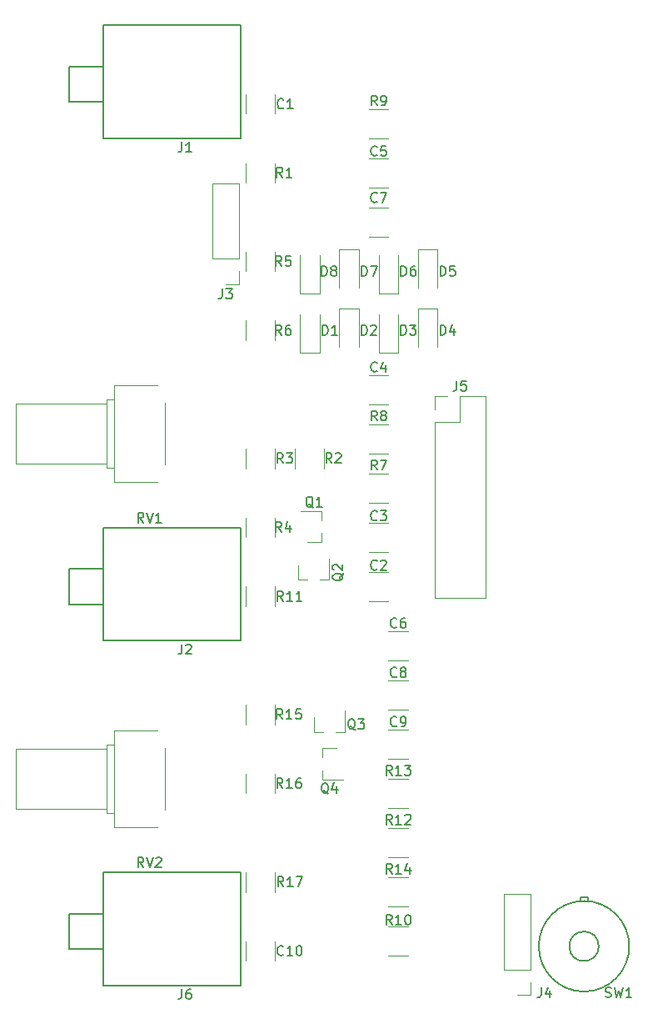
<source format=gbr>
G04 #@! TF.GenerationSoftware,KiCad,Pcbnew,(5.1.5)-3*
G04 #@! TF.CreationDate,2020-07-22T14:34:40-07:00*
G04 #@! TF.ProjectId,VCF,5643462e-6b69-4636-9164-5f7063625858,rev?*
G04 #@! TF.SameCoordinates,Original*
G04 #@! TF.FileFunction,Legend,Top*
G04 #@! TF.FilePolarity,Positive*
%FSLAX46Y46*%
G04 Gerber Fmt 4.6, Leading zero omitted, Abs format (unit mm)*
G04 Created by KiCad (PCBNEW (5.1.5)-3) date 2020-07-22 14:34:40*
%MOMM*%
%LPD*%
G04 APERTURE LIST*
%ADD10C,0.120000*%
%ADD11C,0.150000*%
G04 APERTURE END LIST*
D10*
X14520000Y-8000000D02*
X14520000Y-10000000D01*
X17480000Y-10000000D02*
X17480000Y-8000000D01*
X27000000Y-59480000D02*
X29000000Y-59480000D01*
X29000000Y-56520000D02*
X27000000Y-56520000D01*
X29000000Y-51520000D02*
X27000000Y-51520000D01*
X27000000Y-54480000D02*
X29000000Y-54480000D01*
X29000000Y-36520000D02*
X27000000Y-36520000D01*
X27000000Y-39480000D02*
X29000000Y-39480000D01*
X27000000Y-17480000D02*
X29000000Y-17480000D01*
X29000000Y-14520000D02*
X27000000Y-14520000D01*
X31000000Y-62520000D02*
X29000000Y-62520000D01*
X29000000Y-65480000D02*
X31000000Y-65480000D01*
X29000000Y-19520000D02*
X27000000Y-19520000D01*
X27000000Y-22480000D02*
X29000000Y-22480000D01*
X29000000Y-70480000D02*
X31000000Y-70480000D01*
X31000000Y-67520000D02*
X29000000Y-67520000D01*
X29000000Y-75480000D02*
X31000000Y-75480000D01*
X31000000Y-72520000D02*
X29000000Y-72520000D01*
X17480000Y-96000000D02*
X17480000Y-94000000D01*
X14520000Y-94000000D02*
X14520000Y-96000000D01*
X20000000Y-34250000D02*
X20000000Y-30350000D01*
X22000000Y-34250000D02*
X22000000Y-30350000D01*
X20000000Y-34250000D02*
X22000000Y-34250000D01*
X26000000Y-29750000D02*
X24000000Y-29750000D01*
X24000000Y-29750000D02*
X24000000Y-33650000D01*
X26000000Y-29750000D02*
X26000000Y-33650000D01*
X28000000Y-34250000D02*
X28000000Y-30350000D01*
X30000000Y-34250000D02*
X30000000Y-30350000D01*
X28000000Y-34250000D02*
X30000000Y-34250000D01*
X34000000Y-29750000D02*
X34000000Y-33650000D01*
X32000000Y-29750000D02*
X32000000Y-33650000D01*
X34000000Y-29750000D02*
X32000000Y-29750000D01*
X34000000Y-23750000D02*
X34000000Y-27650000D01*
X32000000Y-23750000D02*
X32000000Y-27650000D01*
X34000000Y-23750000D02*
X32000000Y-23750000D01*
X28000000Y-28250000D02*
X30000000Y-28250000D01*
X30000000Y-28250000D02*
X30000000Y-24350000D01*
X28000000Y-28250000D02*
X28000000Y-24350000D01*
X26000000Y-23750000D02*
X24000000Y-23750000D01*
X24000000Y-23750000D02*
X24000000Y-27650000D01*
X26000000Y-23750000D02*
X26000000Y-27650000D01*
X20000000Y-28250000D02*
X22000000Y-28250000D01*
X22000000Y-28250000D02*
X22000000Y-24350000D01*
X20000000Y-28250000D02*
X20000000Y-24350000D01*
D11*
X0Y-1000000D02*
X14000000Y-1000000D01*
X14000000Y-1000000D02*
X14000000Y-12500000D01*
X14000000Y-12500000D02*
X0Y-12500000D01*
X0Y-12500000D02*
X0Y-1000000D01*
X0Y-5200000D02*
X-3500000Y-5200000D01*
X-3500000Y-5200000D02*
X-3500000Y-8800000D01*
X0Y-8800000D02*
X-3500000Y-8800000D01*
X0Y-59800000D02*
X-3500000Y-59800000D01*
X-3500000Y-56200000D02*
X-3500000Y-59800000D01*
X0Y-56200000D02*
X-3500000Y-56200000D01*
X0Y-63500000D02*
X0Y-52000000D01*
X14000000Y-63500000D02*
X0Y-63500000D01*
X14000000Y-52000000D02*
X14000000Y-63500000D01*
X0Y-52000000D02*
X14000000Y-52000000D01*
D10*
X13770000Y-17050000D02*
X11110000Y-17050000D01*
X13770000Y-24730000D02*
X13770000Y-17050000D01*
X11110000Y-24730000D02*
X11110000Y-17050000D01*
X13770000Y-24730000D02*
X11110000Y-24730000D01*
X13770000Y-26000000D02*
X13770000Y-27330000D01*
X13770000Y-27330000D02*
X12440000Y-27330000D01*
X43410180Y-99493380D02*
X42080180Y-99493380D01*
X43410180Y-98163380D02*
X43410180Y-99493380D01*
X43410180Y-96893380D02*
X40750180Y-96893380D01*
X40750180Y-96893380D02*
X40750180Y-89213380D01*
X43410180Y-96893380D02*
X43410180Y-89213380D01*
X43410180Y-89213380D02*
X40750180Y-89213380D01*
X33670000Y-38670000D02*
X35000000Y-38670000D01*
X33670000Y-40000000D02*
X33670000Y-38670000D01*
X36270000Y-38670000D02*
X38870000Y-38670000D01*
X36270000Y-41270000D02*
X36270000Y-38670000D01*
X33670000Y-41270000D02*
X36270000Y-41270000D01*
X38870000Y-38670000D02*
X38870000Y-59110000D01*
X33670000Y-41270000D02*
X33670000Y-59110000D01*
X33670000Y-59110000D02*
X38870000Y-59110000D01*
D11*
X0Y-87000000D02*
X14000000Y-87000000D01*
X14000000Y-87000000D02*
X14000000Y-98500000D01*
X14000000Y-98500000D02*
X0Y-98500000D01*
X0Y-98500000D02*
X0Y-87000000D01*
X0Y-91200000D02*
X-3500000Y-91200000D01*
X-3500000Y-91200000D02*
X-3500000Y-94800000D01*
X0Y-94800000D02*
X-3500000Y-94800000D01*
D10*
X22200140Y-53515380D02*
X20740140Y-53515380D01*
X22200140Y-50355380D02*
X20040140Y-50355380D01*
X22200140Y-50355380D02*
X22200140Y-51285380D01*
X22200140Y-53515380D02*
X22200140Y-52585380D01*
X19796640Y-57313100D02*
X19796640Y-55853100D01*
X22956640Y-57313100D02*
X22956640Y-55153100D01*
X22956640Y-57313100D02*
X22026640Y-57313100D01*
X19796640Y-57313100D02*
X20726640Y-57313100D01*
X21420000Y-72760000D02*
X22350000Y-72760000D01*
X24580000Y-72760000D02*
X23650000Y-72760000D01*
X24580000Y-72760000D02*
X24580000Y-70600000D01*
X21420000Y-72760000D02*
X21420000Y-71300000D01*
X22240000Y-74420000D02*
X22240000Y-75350000D01*
X22240000Y-77580000D02*
X22240000Y-76650000D01*
X22240000Y-77580000D02*
X24400000Y-77580000D01*
X22240000Y-74420000D02*
X23700000Y-74420000D01*
X14520000Y-17000000D02*
X14520000Y-15000000D01*
X17480000Y-15000000D02*
X17480000Y-17000000D01*
X19520000Y-46000000D02*
X19520000Y-44000000D01*
X22480000Y-44000000D02*
X22480000Y-46000000D01*
X14520000Y-46000000D02*
X14520000Y-44000000D01*
X17480000Y-44000000D02*
X17480000Y-46000000D01*
X14520000Y-53000000D02*
X14520000Y-51000000D01*
X17480000Y-51000000D02*
X17480000Y-53000000D01*
X14520000Y-26000000D02*
X14520000Y-24000000D01*
X17480000Y-24000000D02*
X17480000Y-26000000D01*
X14520000Y-33000000D02*
X14520000Y-31000000D01*
X17480000Y-31000000D02*
X17480000Y-33000000D01*
X29000000Y-49480000D02*
X27000000Y-49480000D01*
X27000000Y-46520000D02*
X29000000Y-46520000D01*
X27000000Y-41520000D02*
X29000000Y-41520000D01*
X29000000Y-44480000D02*
X27000000Y-44480000D01*
X27000000Y-9520000D02*
X29000000Y-9520000D01*
X29000000Y-12480000D02*
X27000000Y-12480000D01*
X31000000Y-95480000D02*
X29000000Y-95480000D01*
X29000000Y-92520000D02*
X31000000Y-92520000D01*
X14520000Y-60000000D02*
X14520000Y-58000000D01*
X17480000Y-58000000D02*
X17480000Y-60000000D01*
X29000000Y-82520000D02*
X31000000Y-82520000D01*
X31000000Y-85480000D02*
X29000000Y-85480000D01*
X31000000Y-80480000D02*
X29000000Y-80480000D01*
X29000000Y-77520000D02*
X31000000Y-77520000D01*
X29000000Y-87520000D02*
X31000000Y-87520000D01*
X31000000Y-90480000D02*
X29000000Y-90480000D01*
X17480000Y-70000000D02*
X17480000Y-72000000D01*
X14520000Y-72000000D02*
X14520000Y-70000000D01*
X14520000Y-79000000D02*
X14520000Y-77000000D01*
X17480000Y-77000000D02*
X17480000Y-79000000D01*
X17480000Y-87000000D02*
X17480000Y-89000000D01*
X14520000Y-89000000D02*
X14520000Y-87000000D01*
X5505000Y-47410000D02*
X1140000Y-47410000D01*
X5505000Y-37590000D02*
X1140000Y-37590000D01*
X6260000Y-45625000D02*
X6260000Y-39375000D01*
X1140000Y-47410000D02*
X1140000Y-37590000D01*
X1140000Y-45960000D02*
X340000Y-45960000D01*
X1140000Y-39040000D02*
X340000Y-39040000D01*
X1140000Y-45960000D02*
X1140000Y-39040000D01*
X340000Y-45960000D02*
X340000Y-39040000D01*
X340000Y-45560000D02*
X-8860000Y-45560000D01*
X340000Y-39440000D02*
X-8860000Y-39440000D01*
X340000Y-45560000D02*
X340000Y-39440000D01*
X-8860000Y-45560000D02*
X-8860000Y-39440000D01*
X-8860000Y-80560000D02*
X-8860000Y-74440000D01*
X340000Y-80560000D02*
X340000Y-74440000D01*
X340000Y-74440000D02*
X-8860000Y-74440000D01*
X340000Y-80560000D02*
X-8860000Y-80560000D01*
X340000Y-80960000D02*
X340000Y-74040000D01*
X1140000Y-80960000D02*
X1140000Y-74040000D01*
X1140000Y-74040000D02*
X340000Y-74040000D01*
X1140000Y-80960000D02*
X340000Y-80960000D01*
X1140000Y-82410000D02*
X1140000Y-72590000D01*
X6260000Y-80625000D02*
X6260000Y-74375000D01*
X5505000Y-72590000D02*
X1140000Y-72590000D01*
X5505000Y-82410000D02*
X1140000Y-82410000D01*
D11*
X53477220Y-94523560D02*
G75*
G03X53477220Y-94523560I-4600000J0D01*
G01*
X50377220Y-94523560D02*
G75*
G03X50377220Y-94523560I-1500000J0D01*
G01*
X48496220Y-89888060D02*
X48496220Y-89507060D01*
X48496220Y-89507060D02*
X49258220Y-89507060D01*
X49258220Y-89507060D02*
X49258220Y-89888060D01*
X18319993Y-9377462D02*
X18272374Y-9425081D01*
X18129517Y-9472700D01*
X18034279Y-9472700D01*
X17891421Y-9425081D01*
X17796183Y-9329843D01*
X17748564Y-9234605D01*
X17700945Y-9044129D01*
X17700945Y-8901272D01*
X17748564Y-8710796D01*
X17796183Y-8615558D01*
X17891421Y-8520320D01*
X18034279Y-8472700D01*
X18129517Y-8472700D01*
X18272374Y-8520320D01*
X18319993Y-8567939D01*
X19272374Y-9472700D02*
X18700945Y-9472700D01*
X18986660Y-9472700D02*
X18986660Y-8472700D01*
X18891421Y-8615558D01*
X18796183Y-8710796D01*
X18700945Y-8758415D01*
X27830793Y-56221002D02*
X27783174Y-56268621D01*
X27640317Y-56316240D01*
X27545079Y-56316240D01*
X27402221Y-56268621D01*
X27306983Y-56173383D01*
X27259364Y-56078145D01*
X27211745Y-55887669D01*
X27211745Y-55744812D01*
X27259364Y-55554336D01*
X27306983Y-55459098D01*
X27402221Y-55363860D01*
X27545079Y-55316240D01*
X27640317Y-55316240D01*
X27783174Y-55363860D01*
X27830793Y-55411479D01*
X28211745Y-55411479D02*
X28259364Y-55363860D01*
X28354602Y-55316240D01*
X28592698Y-55316240D01*
X28687936Y-55363860D01*
X28735555Y-55411479D01*
X28783174Y-55506717D01*
X28783174Y-55601955D01*
X28735555Y-55744812D01*
X28164126Y-56316240D01*
X28783174Y-56316240D01*
X27835873Y-51205762D02*
X27788254Y-51253381D01*
X27645397Y-51301000D01*
X27550159Y-51301000D01*
X27407301Y-51253381D01*
X27312063Y-51158143D01*
X27264444Y-51062905D01*
X27216825Y-50872429D01*
X27216825Y-50729572D01*
X27264444Y-50539096D01*
X27312063Y-50443858D01*
X27407301Y-50348620D01*
X27550159Y-50301000D01*
X27645397Y-50301000D01*
X27788254Y-50348620D01*
X27835873Y-50396239D01*
X28169206Y-50301000D02*
X28788254Y-50301000D01*
X28454920Y-50681953D01*
X28597778Y-50681953D01*
X28693016Y-50729572D01*
X28740635Y-50777191D01*
X28788254Y-50872429D01*
X28788254Y-51110524D01*
X28740635Y-51205762D01*
X28693016Y-51253381D01*
X28597778Y-51301000D01*
X28312063Y-51301000D01*
X28216825Y-51253381D01*
X28169206Y-51205762D01*
X27833333Y-36107142D02*
X27785714Y-36154761D01*
X27642857Y-36202380D01*
X27547619Y-36202380D01*
X27404761Y-36154761D01*
X27309523Y-36059523D01*
X27261904Y-35964285D01*
X27214285Y-35773809D01*
X27214285Y-35630952D01*
X27261904Y-35440476D01*
X27309523Y-35345238D01*
X27404761Y-35250000D01*
X27547619Y-35202380D01*
X27642857Y-35202380D01*
X27785714Y-35250000D01*
X27833333Y-35297619D01*
X28690476Y-35535714D02*
X28690476Y-36202380D01*
X28452380Y-35154761D02*
X28214285Y-35869047D01*
X28833333Y-35869047D01*
X27830793Y-14172742D02*
X27783174Y-14220361D01*
X27640317Y-14267980D01*
X27545079Y-14267980D01*
X27402221Y-14220361D01*
X27306983Y-14125123D01*
X27259364Y-14029885D01*
X27211745Y-13839409D01*
X27211745Y-13696552D01*
X27259364Y-13506076D01*
X27306983Y-13410838D01*
X27402221Y-13315600D01*
X27545079Y-13267980D01*
X27640317Y-13267980D01*
X27783174Y-13315600D01*
X27830793Y-13363219D01*
X28735555Y-13267980D02*
X28259364Y-13267980D01*
X28211745Y-13744171D01*
X28259364Y-13696552D01*
X28354602Y-13648933D01*
X28592698Y-13648933D01*
X28687936Y-13696552D01*
X28735555Y-13744171D01*
X28783174Y-13839409D01*
X28783174Y-14077504D01*
X28735555Y-14172742D01*
X28687936Y-14220361D01*
X28592698Y-14267980D01*
X28354602Y-14267980D01*
X28259364Y-14220361D01*
X28211745Y-14172742D01*
X29833333Y-62107142D02*
X29785714Y-62154761D01*
X29642857Y-62202380D01*
X29547619Y-62202380D01*
X29404761Y-62154761D01*
X29309523Y-62059523D01*
X29261904Y-61964285D01*
X29214285Y-61773809D01*
X29214285Y-61630952D01*
X29261904Y-61440476D01*
X29309523Y-61345238D01*
X29404761Y-61250000D01*
X29547619Y-61202380D01*
X29642857Y-61202380D01*
X29785714Y-61250000D01*
X29833333Y-61297619D01*
X30690476Y-61202380D02*
X30500000Y-61202380D01*
X30404761Y-61250000D01*
X30357142Y-61297619D01*
X30261904Y-61440476D01*
X30214285Y-61630952D01*
X30214285Y-62011904D01*
X30261904Y-62107142D01*
X30309523Y-62154761D01*
X30404761Y-62202380D01*
X30595238Y-62202380D01*
X30690476Y-62154761D01*
X30738095Y-62107142D01*
X30785714Y-62011904D01*
X30785714Y-61773809D01*
X30738095Y-61678571D01*
X30690476Y-61630952D01*
X30595238Y-61583333D01*
X30404761Y-61583333D01*
X30309523Y-61630952D01*
X30261904Y-61678571D01*
X30214285Y-61773809D01*
X27838413Y-18893342D02*
X27790794Y-18940961D01*
X27647937Y-18988580D01*
X27552699Y-18988580D01*
X27409841Y-18940961D01*
X27314603Y-18845723D01*
X27266984Y-18750485D01*
X27219365Y-18560009D01*
X27219365Y-18417152D01*
X27266984Y-18226676D01*
X27314603Y-18131438D01*
X27409841Y-18036200D01*
X27552699Y-17988580D01*
X27647937Y-17988580D01*
X27790794Y-18036200D01*
X27838413Y-18083819D01*
X28171746Y-17988580D02*
X28838413Y-17988580D01*
X28409841Y-18988580D01*
X29833333Y-67107142D02*
X29785714Y-67154761D01*
X29642857Y-67202380D01*
X29547619Y-67202380D01*
X29404761Y-67154761D01*
X29309523Y-67059523D01*
X29261904Y-66964285D01*
X29214285Y-66773809D01*
X29214285Y-66630952D01*
X29261904Y-66440476D01*
X29309523Y-66345238D01*
X29404761Y-66250000D01*
X29547619Y-66202380D01*
X29642857Y-66202380D01*
X29785714Y-66250000D01*
X29833333Y-66297619D01*
X30404761Y-66630952D02*
X30309523Y-66583333D01*
X30261904Y-66535714D01*
X30214285Y-66440476D01*
X30214285Y-66392857D01*
X30261904Y-66297619D01*
X30309523Y-66250000D01*
X30404761Y-66202380D01*
X30595238Y-66202380D01*
X30690476Y-66250000D01*
X30738095Y-66297619D01*
X30785714Y-66392857D01*
X30785714Y-66440476D01*
X30738095Y-66535714D01*
X30690476Y-66583333D01*
X30595238Y-66630952D01*
X30404761Y-66630952D01*
X30309523Y-66678571D01*
X30261904Y-66726190D01*
X30214285Y-66821428D01*
X30214285Y-67011904D01*
X30261904Y-67107142D01*
X30309523Y-67154761D01*
X30404761Y-67202380D01*
X30595238Y-67202380D01*
X30690476Y-67154761D01*
X30738095Y-67107142D01*
X30785714Y-67011904D01*
X30785714Y-66821428D01*
X30738095Y-66726190D01*
X30690476Y-66678571D01*
X30595238Y-66630952D01*
X29833333Y-72107142D02*
X29785714Y-72154761D01*
X29642857Y-72202380D01*
X29547619Y-72202380D01*
X29404761Y-72154761D01*
X29309523Y-72059523D01*
X29261904Y-71964285D01*
X29214285Y-71773809D01*
X29214285Y-71630952D01*
X29261904Y-71440476D01*
X29309523Y-71345238D01*
X29404761Y-71250000D01*
X29547619Y-71202380D01*
X29642857Y-71202380D01*
X29785714Y-71250000D01*
X29833333Y-71297619D01*
X30309523Y-72202380D02*
X30500000Y-72202380D01*
X30595238Y-72154761D01*
X30642857Y-72107142D01*
X30738095Y-71964285D01*
X30785714Y-71773809D01*
X30785714Y-71392857D01*
X30738095Y-71297619D01*
X30690476Y-71250000D01*
X30595238Y-71202380D01*
X30404761Y-71202380D01*
X30309523Y-71250000D01*
X30261904Y-71297619D01*
X30214285Y-71392857D01*
X30214285Y-71630952D01*
X30261904Y-71726190D01*
X30309523Y-71773809D01*
X30404761Y-71821428D01*
X30595238Y-71821428D01*
X30690476Y-71773809D01*
X30738095Y-71726190D01*
X30785714Y-71630952D01*
X18298462Y-95364762D02*
X18250843Y-95412381D01*
X18107986Y-95460000D01*
X18012748Y-95460000D01*
X17869891Y-95412381D01*
X17774653Y-95317143D01*
X17727034Y-95221905D01*
X17679415Y-95031429D01*
X17679415Y-94888572D01*
X17727034Y-94698096D01*
X17774653Y-94602858D01*
X17869891Y-94507620D01*
X18012748Y-94460000D01*
X18107986Y-94460000D01*
X18250843Y-94507620D01*
X18298462Y-94555239D01*
X19250843Y-95460000D02*
X18679415Y-95460000D01*
X18965129Y-95460000D02*
X18965129Y-94460000D01*
X18869891Y-94602858D01*
X18774653Y-94698096D01*
X18679415Y-94745715D01*
X19869891Y-94460000D02*
X19965129Y-94460000D01*
X20060367Y-94507620D01*
X20107986Y-94555239D01*
X20155605Y-94650477D01*
X20203224Y-94840953D01*
X20203224Y-95079048D01*
X20155605Y-95269524D01*
X20107986Y-95364762D01*
X20060367Y-95412381D01*
X19965129Y-95460000D01*
X19869891Y-95460000D01*
X19774653Y-95412381D01*
X19727034Y-95364762D01*
X19679415Y-95269524D01*
X19631796Y-95079048D01*
X19631796Y-94840953D01*
X19679415Y-94650477D01*
X19727034Y-94555239D01*
X19774653Y-94507620D01*
X19869891Y-94460000D01*
X22268504Y-32457460D02*
X22268504Y-31457460D01*
X22506600Y-31457460D01*
X22649457Y-31505080D01*
X22744695Y-31600318D01*
X22792314Y-31695556D01*
X22839933Y-31886032D01*
X22839933Y-32028889D01*
X22792314Y-32219365D01*
X22744695Y-32314603D01*
X22649457Y-32409841D01*
X22506600Y-32457460D01*
X22268504Y-32457460D01*
X23792314Y-32457460D02*
X23220885Y-32457460D01*
X23506600Y-32457460D02*
X23506600Y-31457460D01*
X23411361Y-31600318D01*
X23316123Y-31695556D01*
X23220885Y-31743175D01*
X26261904Y-32452380D02*
X26261904Y-31452380D01*
X26500000Y-31452380D01*
X26642857Y-31500000D01*
X26738095Y-31595238D01*
X26785714Y-31690476D01*
X26833333Y-31880952D01*
X26833333Y-32023809D01*
X26785714Y-32214285D01*
X26738095Y-32309523D01*
X26642857Y-32404761D01*
X26500000Y-32452380D01*
X26261904Y-32452380D01*
X27214285Y-31547619D02*
X27261904Y-31500000D01*
X27357142Y-31452380D01*
X27595238Y-31452380D01*
X27690476Y-31500000D01*
X27738095Y-31547619D01*
X27785714Y-31642857D01*
X27785714Y-31738095D01*
X27738095Y-31880952D01*
X27166666Y-32452380D01*
X27785714Y-32452380D01*
X30258344Y-32449840D02*
X30258344Y-31449840D01*
X30496440Y-31449840D01*
X30639297Y-31497460D01*
X30734535Y-31592698D01*
X30782154Y-31687936D01*
X30829773Y-31878412D01*
X30829773Y-32021269D01*
X30782154Y-32211745D01*
X30734535Y-32306983D01*
X30639297Y-32402221D01*
X30496440Y-32449840D01*
X30258344Y-32449840D01*
X31163106Y-31449840D02*
X31782154Y-31449840D01*
X31448820Y-31830793D01*
X31591678Y-31830793D01*
X31686916Y-31878412D01*
X31734535Y-31926031D01*
X31782154Y-32021269D01*
X31782154Y-32259364D01*
X31734535Y-32354602D01*
X31686916Y-32402221D01*
X31591678Y-32449840D01*
X31305963Y-32449840D01*
X31210725Y-32402221D01*
X31163106Y-32354602D01*
X34261904Y-32452380D02*
X34261904Y-31452380D01*
X34500000Y-31452380D01*
X34642857Y-31500000D01*
X34738095Y-31595238D01*
X34785714Y-31690476D01*
X34833333Y-31880952D01*
X34833333Y-32023809D01*
X34785714Y-32214285D01*
X34738095Y-32309523D01*
X34642857Y-32404761D01*
X34500000Y-32452380D01*
X34261904Y-32452380D01*
X35690476Y-31785714D02*
X35690476Y-32452380D01*
X35452380Y-31404761D02*
X35214285Y-32119047D01*
X35833333Y-32119047D01*
X34261904Y-26452380D02*
X34261904Y-25452380D01*
X34500000Y-25452380D01*
X34642857Y-25500000D01*
X34738095Y-25595238D01*
X34785714Y-25690476D01*
X34833333Y-25880952D01*
X34833333Y-26023809D01*
X34785714Y-26214285D01*
X34738095Y-26309523D01*
X34642857Y-26404761D01*
X34500000Y-26452380D01*
X34261904Y-26452380D01*
X35738095Y-25452380D02*
X35261904Y-25452380D01*
X35214285Y-25928571D01*
X35261904Y-25880952D01*
X35357142Y-25833333D01*
X35595238Y-25833333D01*
X35690476Y-25880952D01*
X35738095Y-25928571D01*
X35785714Y-26023809D01*
X35785714Y-26261904D01*
X35738095Y-26357142D01*
X35690476Y-26404761D01*
X35595238Y-26452380D01*
X35357142Y-26452380D01*
X35261904Y-26404761D01*
X35214285Y-26357142D01*
X30263424Y-26454920D02*
X30263424Y-25454920D01*
X30501520Y-25454920D01*
X30644377Y-25502540D01*
X30739615Y-25597778D01*
X30787234Y-25693016D01*
X30834853Y-25883492D01*
X30834853Y-26026349D01*
X30787234Y-26216825D01*
X30739615Y-26312063D01*
X30644377Y-26407301D01*
X30501520Y-26454920D01*
X30263424Y-26454920D01*
X31691996Y-25454920D02*
X31501520Y-25454920D01*
X31406281Y-25502540D01*
X31358662Y-25550159D01*
X31263424Y-25693016D01*
X31215805Y-25883492D01*
X31215805Y-26264444D01*
X31263424Y-26359682D01*
X31311043Y-26407301D01*
X31406281Y-26454920D01*
X31596758Y-26454920D01*
X31691996Y-26407301D01*
X31739615Y-26359682D01*
X31787234Y-26264444D01*
X31787234Y-26026349D01*
X31739615Y-25931111D01*
X31691996Y-25883492D01*
X31596758Y-25835873D01*
X31406281Y-25835873D01*
X31311043Y-25883492D01*
X31263424Y-25931111D01*
X31215805Y-26026349D01*
X26261904Y-26452380D02*
X26261904Y-25452380D01*
X26500000Y-25452380D01*
X26642857Y-25500000D01*
X26738095Y-25595238D01*
X26785714Y-25690476D01*
X26833333Y-25880952D01*
X26833333Y-26023809D01*
X26785714Y-26214285D01*
X26738095Y-26309523D01*
X26642857Y-26404761D01*
X26500000Y-26452380D01*
X26261904Y-26452380D01*
X27166666Y-25452380D02*
X27833333Y-25452380D01*
X27404761Y-26452380D01*
X22202464Y-26452380D02*
X22202464Y-25452380D01*
X22440560Y-25452380D01*
X22583417Y-25500000D01*
X22678655Y-25595238D01*
X22726274Y-25690476D01*
X22773893Y-25880952D01*
X22773893Y-26023809D01*
X22726274Y-26214285D01*
X22678655Y-26309523D01*
X22583417Y-26404761D01*
X22440560Y-26452380D01*
X22202464Y-26452380D01*
X23345321Y-25880952D02*
X23250083Y-25833333D01*
X23202464Y-25785714D01*
X23154845Y-25690476D01*
X23154845Y-25642857D01*
X23202464Y-25547619D01*
X23250083Y-25500000D01*
X23345321Y-25452380D01*
X23535798Y-25452380D01*
X23631036Y-25500000D01*
X23678655Y-25547619D01*
X23726274Y-25642857D01*
X23726274Y-25690476D01*
X23678655Y-25785714D01*
X23631036Y-25833333D01*
X23535798Y-25880952D01*
X23345321Y-25880952D01*
X23250083Y-25928571D01*
X23202464Y-25976190D01*
X23154845Y-26071428D01*
X23154845Y-26261904D01*
X23202464Y-26357142D01*
X23250083Y-26404761D01*
X23345321Y-26452380D01*
X23535798Y-26452380D01*
X23631036Y-26404761D01*
X23678655Y-26357142D01*
X23726274Y-26261904D01*
X23726274Y-26071428D01*
X23678655Y-25976190D01*
X23631036Y-25928571D01*
X23535798Y-25880952D01*
X7985166Y-12865880D02*
X7985166Y-13580166D01*
X7937547Y-13723023D01*
X7842309Y-13818261D01*
X7699452Y-13865880D01*
X7604214Y-13865880D01*
X8985166Y-13865880D02*
X8413738Y-13865880D01*
X8699452Y-13865880D02*
X8699452Y-12865880D01*
X8604214Y-13008738D01*
X8508976Y-13103976D01*
X8413738Y-13151595D01*
X7985166Y-63865880D02*
X7985166Y-64580166D01*
X7937547Y-64723023D01*
X7842309Y-64818261D01*
X7699452Y-64865880D01*
X7604214Y-64865880D01*
X8413738Y-63961119D02*
X8461357Y-63913500D01*
X8556595Y-63865880D01*
X8794690Y-63865880D01*
X8889928Y-63913500D01*
X8937547Y-63961119D01*
X8985166Y-64056357D01*
X8985166Y-64151595D01*
X8937547Y-64294452D01*
X8366119Y-64865880D01*
X8985166Y-64865880D01*
X12106666Y-27782380D02*
X12106666Y-28496666D01*
X12059047Y-28639523D01*
X11963809Y-28734761D01*
X11820952Y-28782380D01*
X11725714Y-28782380D01*
X12487619Y-27782380D02*
X13106666Y-27782380D01*
X12773333Y-28163333D01*
X12916190Y-28163333D01*
X13011428Y-28210952D01*
X13059047Y-28258571D01*
X13106666Y-28353809D01*
X13106666Y-28591904D01*
X13059047Y-28687142D01*
X13011428Y-28734761D01*
X12916190Y-28782380D01*
X12630476Y-28782380D01*
X12535238Y-28734761D01*
X12487619Y-28687142D01*
X44517986Y-98715580D02*
X44517986Y-99429866D01*
X44470367Y-99572723D01*
X44375129Y-99667961D01*
X44232272Y-99715580D01*
X44137034Y-99715580D01*
X45422748Y-99048914D02*
X45422748Y-99715580D01*
X45184653Y-98667961D02*
X44946558Y-99382247D01*
X45565605Y-99382247D01*
X35936666Y-37122380D02*
X35936666Y-37836666D01*
X35889047Y-37979523D01*
X35793809Y-38074761D01*
X35650952Y-38122380D01*
X35555714Y-38122380D01*
X36889047Y-37122380D02*
X36412857Y-37122380D01*
X36365238Y-37598571D01*
X36412857Y-37550952D01*
X36508095Y-37503333D01*
X36746190Y-37503333D01*
X36841428Y-37550952D01*
X36889047Y-37598571D01*
X36936666Y-37693809D01*
X36936666Y-37931904D01*
X36889047Y-38027142D01*
X36841428Y-38074761D01*
X36746190Y-38122380D01*
X36508095Y-38122380D01*
X36412857Y-38074761D01*
X36365238Y-38027142D01*
X7985166Y-98865880D02*
X7985166Y-99580166D01*
X7937547Y-99723023D01*
X7842309Y-99818261D01*
X7699452Y-99865880D01*
X7604214Y-99865880D01*
X8889928Y-98865880D02*
X8699452Y-98865880D01*
X8604214Y-98913500D01*
X8556595Y-98961119D01*
X8461357Y-99103976D01*
X8413738Y-99294452D01*
X8413738Y-99675404D01*
X8461357Y-99770642D01*
X8508976Y-99818261D01*
X8604214Y-99865880D01*
X8794690Y-99865880D01*
X8889928Y-99818261D01*
X8937547Y-99770642D01*
X8985166Y-99675404D01*
X8985166Y-99437309D01*
X8937547Y-99342071D01*
X8889928Y-99294452D01*
X8794690Y-99246833D01*
X8604214Y-99246833D01*
X8508976Y-99294452D01*
X8461357Y-99342071D01*
X8413738Y-99437309D01*
X21344901Y-49982999D02*
X21249663Y-49935380D01*
X21154425Y-49840141D01*
X21011568Y-49697284D01*
X20916330Y-49649665D01*
X20821092Y-49649665D01*
X20868711Y-49887760D02*
X20773473Y-49840141D01*
X20678235Y-49744903D01*
X20630616Y-49554427D01*
X20630616Y-49221094D01*
X20678235Y-49030618D01*
X20773473Y-48935380D01*
X20868711Y-48887760D01*
X21059187Y-48887760D01*
X21154425Y-48935380D01*
X21249663Y-49030618D01*
X21297282Y-49221094D01*
X21297282Y-49554427D01*
X21249663Y-49744903D01*
X21154425Y-49840141D01*
X21059187Y-49887760D01*
X20868711Y-49887760D01*
X22249663Y-49887760D02*
X21678235Y-49887760D01*
X21963949Y-49887760D02*
X21963949Y-48887760D01*
X21868711Y-49030618D01*
X21773473Y-49125856D01*
X21678235Y-49173475D01*
X24424259Y-56648338D02*
X24376640Y-56743576D01*
X24281401Y-56838814D01*
X24138544Y-56981671D01*
X24090925Y-57076909D01*
X24090925Y-57172147D01*
X24329020Y-57124528D02*
X24281401Y-57219766D01*
X24186163Y-57315004D01*
X23995687Y-57362623D01*
X23662354Y-57362623D01*
X23471878Y-57315004D01*
X23376640Y-57219766D01*
X23329020Y-57124528D01*
X23329020Y-56934052D01*
X23376640Y-56838814D01*
X23471878Y-56743576D01*
X23662354Y-56695957D01*
X23995687Y-56695957D01*
X24186163Y-56743576D01*
X24281401Y-56838814D01*
X24329020Y-56934052D01*
X24329020Y-57124528D01*
X23424259Y-56315004D02*
X23376640Y-56267385D01*
X23329020Y-56172147D01*
X23329020Y-55934052D01*
X23376640Y-55838814D01*
X23424259Y-55791195D01*
X23519497Y-55743576D01*
X23614735Y-55743576D01*
X23757592Y-55791195D01*
X24329020Y-56362623D01*
X24329020Y-55743576D01*
X25624801Y-72546459D02*
X25529563Y-72498840D01*
X25434325Y-72403601D01*
X25291468Y-72260744D01*
X25196230Y-72213125D01*
X25100992Y-72213125D01*
X25148611Y-72451220D02*
X25053373Y-72403601D01*
X24958135Y-72308363D01*
X24910516Y-72117887D01*
X24910516Y-71784554D01*
X24958135Y-71594078D01*
X25053373Y-71498840D01*
X25148611Y-71451220D01*
X25339087Y-71451220D01*
X25434325Y-71498840D01*
X25529563Y-71594078D01*
X25577182Y-71784554D01*
X25577182Y-72117887D01*
X25529563Y-72308363D01*
X25434325Y-72403601D01*
X25339087Y-72451220D01*
X25148611Y-72451220D01*
X25910516Y-71451220D02*
X26529563Y-71451220D01*
X26196230Y-71832173D01*
X26339087Y-71832173D01*
X26434325Y-71879792D01*
X26481944Y-71927411D01*
X26529563Y-72022649D01*
X26529563Y-72260744D01*
X26481944Y-72355982D01*
X26434325Y-72403601D01*
X26339087Y-72451220D01*
X26053373Y-72451220D01*
X25958135Y-72403601D01*
X25910516Y-72355982D01*
X22904761Y-79047619D02*
X22809523Y-79000000D01*
X22714285Y-78904761D01*
X22571428Y-78761904D01*
X22476190Y-78714285D01*
X22380952Y-78714285D01*
X22428571Y-78952380D02*
X22333333Y-78904761D01*
X22238095Y-78809523D01*
X22190476Y-78619047D01*
X22190476Y-78285714D01*
X22238095Y-78095238D01*
X22333333Y-78000000D01*
X22428571Y-77952380D01*
X22619047Y-77952380D01*
X22714285Y-78000000D01*
X22809523Y-78095238D01*
X22857142Y-78285714D01*
X22857142Y-78619047D01*
X22809523Y-78809523D01*
X22714285Y-78904761D01*
X22619047Y-78952380D01*
X22428571Y-78952380D01*
X23714285Y-78285714D02*
X23714285Y-78952380D01*
X23476190Y-77904761D02*
X23238095Y-78619047D01*
X23857142Y-78619047D01*
X18233633Y-16449840D02*
X17900300Y-15973650D01*
X17662204Y-16449840D02*
X17662204Y-15449840D01*
X18043157Y-15449840D01*
X18138395Y-15497460D01*
X18186014Y-15545079D01*
X18233633Y-15640317D01*
X18233633Y-15783174D01*
X18186014Y-15878412D01*
X18138395Y-15926031D01*
X18043157Y-15973650D01*
X17662204Y-15973650D01*
X19186014Y-16449840D02*
X18614585Y-16449840D01*
X18900300Y-16449840D02*
X18900300Y-15449840D01*
X18805061Y-15592698D01*
X18709823Y-15687936D01*
X18614585Y-15735555D01*
X23233633Y-45449840D02*
X22900300Y-44973650D01*
X22662204Y-45449840D02*
X22662204Y-44449840D01*
X23043157Y-44449840D01*
X23138395Y-44497460D01*
X23186014Y-44545079D01*
X23233633Y-44640317D01*
X23233633Y-44783174D01*
X23186014Y-44878412D01*
X23138395Y-44926031D01*
X23043157Y-44973650D01*
X22662204Y-44973650D01*
X23614585Y-44545079D02*
X23662204Y-44497460D01*
X23757442Y-44449840D01*
X23995538Y-44449840D01*
X24090776Y-44497460D01*
X24138395Y-44545079D01*
X24186014Y-44640317D01*
X24186014Y-44735555D01*
X24138395Y-44878412D01*
X23566966Y-45449840D01*
X24186014Y-45449840D01*
X18274273Y-45454920D02*
X17940940Y-44978730D01*
X17702844Y-45454920D02*
X17702844Y-44454920D01*
X18083797Y-44454920D01*
X18179035Y-44502540D01*
X18226654Y-44550159D01*
X18274273Y-44645397D01*
X18274273Y-44788254D01*
X18226654Y-44883492D01*
X18179035Y-44931111D01*
X18083797Y-44978730D01*
X17702844Y-44978730D01*
X18607606Y-44454920D02*
X19226654Y-44454920D01*
X18893320Y-44835873D01*
X19036178Y-44835873D01*
X19131416Y-44883492D01*
X19179035Y-44931111D01*
X19226654Y-45026349D01*
X19226654Y-45264444D01*
X19179035Y-45359682D01*
X19131416Y-45407301D01*
X19036178Y-45454920D01*
X18750463Y-45454920D01*
X18655225Y-45407301D01*
X18607606Y-45359682D01*
X18133333Y-52452380D02*
X17800000Y-51976190D01*
X17561904Y-52452380D02*
X17561904Y-51452380D01*
X17942857Y-51452380D01*
X18038095Y-51500000D01*
X18085714Y-51547619D01*
X18133333Y-51642857D01*
X18133333Y-51785714D01*
X18085714Y-51880952D01*
X18038095Y-51928571D01*
X17942857Y-51976190D01*
X17561904Y-51976190D01*
X18990476Y-51785714D02*
X18990476Y-52452380D01*
X18752380Y-51404761D02*
X18514285Y-52119047D01*
X19133333Y-52119047D01*
X18133333Y-25452380D02*
X17800000Y-24976190D01*
X17561904Y-25452380D02*
X17561904Y-24452380D01*
X17942857Y-24452380D01*
X18038095Y-24500000D01*
X18085714Y-24547619D01*
X18133333Y-24642857D01*
X18133333Y-24785714D01*
X18085714Y-24880952D01*
X18038095Y-24928571D01*
X17942857Y-24976190D01*
X17561904Y-24976190D01*
X19038095Y-24452380D02*
X18561904Y-24452380D01*
X18514285Y-24928571D01*
X18561904Y-24880952D01*
X18657142Y-24833333D01*
X18895238Y-24833333D01*
X18990476Y-24880952D01*
X19038095Y-24928571D01*
X19085714Y-25023809D01*
X19085714Y-25261904D01*
X19038095Y-25357142D01*
X18990476Y-25404761D01*
X18895238Y-25452380D01*
X18657142Y-25452380D01*
X18561904Y-25404761D01*
X18514285Y-25357142D01*
X18133333Y-32452380D02*
X17800000Y-31976190D01*
X17561904Y-32452380D02*
X17561904Y-31452380D01*
X17942857Y-31452380D01*
X18038095Y-31500000D01*
X18085714Y-31547619D01*
X18133333Y-31642857D01*
X18133333Y-31785714D01*
X18085714Y-31880952D01*
X18038095Y-31928571D01*
X17942857Y-31976190D01*
X17561904Y-31976190D01*
X18990476Y-31452380D02*
X18800000Y-31452380D01*
X18704761Y-31500000D01*
X18657142Y-31547619D01*
X18561904Y-31690476D01*
X18514285Y-31880952D01*
X18514285Y-32261904D01*
X18561904Y-32357142D01*
X18609523Y-32404761D01*
X18704761Y-32452380D01*
X18895238Y-32452380D01*
X18990476Y-32404761D01*
X19038095Y-32357142D01*
X19085714Y-32261904D01*
X19085714Y-32023809D01*
X19038095Y-31928571D01*
X18990476Y-31880952D01*
X18895238Y-31833333D01*
X18704761Y-31833333D01*
X18609523Y-31880952D01*
X18561904Y-31928571D01*
X18514285Y-32023809D01*
X27833333Y-46152380D02*
X27500000Y-45676190D01*
X27261904Y-46152380D02*
X27261904Y-45152380D01*
X27642857Y-45152380D01*
X27738095Y-45200000D01*
X27785714Y-45247619D01*
X27833333Y-45342857D01*
X27833333Y-45485714D01*
X27785714Y-45580952D01*
X27738095Y-45628571D01*
X27642857Y-45676190D01*
X27261904Y-45676190D01*
X28166666Y-45152380D02*
X28833333Y-45152380D01*
X28404761Y-46152380D01*
X27833333Y-41152380D02*
X27500000Y-40676190D01*
X27261904Y-41152380D02*
X27261904Y-40152380D01*
X27642857Y-40152380D01*
X27738095Y-40200000D01*
X27785714Y-40247619D01*
X27833333Y-40342857D01*
X27833333Y-40485714D01*
X27785714Y-40580952D01*
X27738095Y-40628571D01*
X27642857Y-40676190D01*
X27261904Y-40676190D01*
X28404761Y-40580952D02*
X28309523Y-40533333D01*
X28261904Y-40485714D01*
X28214285Y-40390476D01*
X28214285Y-40342857D01*
X28261904Y-40247619D01*
X28309523Y-40200000D01*
X28404761Y-40152380D01*
X28595238Y-40152380D01*
X28690476Y-40200000D01*
X28738095Y-40247619D01*
X28785714Y-40342857D01*
X28785714Y-40390476D01*
X28738095Y-40485714D01*
X28690476Y-40533333D01*
X28595238Y-40580952D01*
X28404761Y-40580952D01*
X28309523Y-40628571D01*
X28261904Y-40676190D01*
X28214285Y-40771428D01*
X28214285Y-40961904D01*
X28261904Y-41057142D01*
X28309523Y-41104761D01*
X28404761Y-41152380D01*
X28595238Y-41152380D01*
X28690476Y-41104761D01*
X28738095Y-41057142D01*
X28785714Y-40961904D01*
X28785714Y-40771428D01*
X28738095Y-40676190D01*
X28690476Y-40628571D01*
X28595238Y-40580952D01*
X27833333Y-9152380D02*
X27500000Y-8676190D01*
X27261904Y-9152380D02*
X27261904Y-8152380D01*
X27642857Y-8152380D01*
X27738095Y-8200000D01*
X27785714Y-8247619D01*
X27833333Y-8342857D01*
X27833333Y-8485714D01*
X27785714Y-8580952D01*
X27738095Y-8628571D01*
X27642857Y-8676190D01*
X27261904Y-8676190D01*
X28309523Y-9152380D02*
X28500000Y-9152380D01*
X28595238Y-9104761D01*
X28642857Y-9057142D01*
X28738095Y-8914285D01*
X28785714Y-8723809D01*
X28785714Y-8342857D01*
X28738095Y-8247619D01*
X28690476Y-8200000D01*
X28595238Y-8152380D01*
X28404761Y-8152380D01*
X28309523Y-8200000D01*
X28261904Y-8247619D01*
X28214285Y-8342857D01*
X28214285Y-8580952D01*
X28261904Y-8676190D01*
X28309523Y-8723809D01*
X28404761Y-8771428D01*
X28595238Y-8771428D01*
X28690476Y-8723809D01*
X28738095Y-8676190D01*
X28785714Y-8580952D01*
X29357142Y-92323860D02*
X29023809Y-91847670D01*
X28785714Y-92323860D02*
X28785714Y-91323860D01*
X29166666Y-91323860D01*
X29261904Y-91371480D01*
X29309523Y-91419099D01*
X29357142Y-91514337D01*
X29357142Y-91657194D01*
X29309523Y-91752432D01*
X29261904Y-91800051D01*
X29166666Y-91847670D01*
X28785714Y-91847670D01*
X30309523Y-92323860D02*
X29738095Y-92323860D01*
X30023809Y-92323860D02*
X30023809Y-91323860D01*
X29928571Y-91466718D01*
X29833333Y-91561956D01*
X29738095Y-91609575D01*
X30928571Y-91323860D02*
X31023809Y-91323860D01*
X31119047Y-91371480D01*
X31166666Y-91419099D01*
X31214285Y-91514337D01*
X31261904Y-91704813D01*
X31261904Y-91942908D01*
X31214285Y-92133384D01*
X31166666Y-92228622D01*
X31119047Y-92276241D01*
X31023809Y-92323860D01*
X30928571Y-92323860D01*
X30833333Y-92276241D01*
X30785714Y-92228622D01*
X30738095Y-92133384D01*
X30690476Y-91942908D01*
X30690476Y-91704813D01*
X30738095Y-91514337D01*
X30785714Y-91419099D01*
X30833333Y-91371480D01*
X30928571Y-91323860D01*
X18295382Y-59454040D02*
X17962049Y-58977850D01*
X17723954Y-59454040D02*
X17723954Y-58454040D01*
X18104906Y-58454040D01*
X18200144Y-58501660D01*
X18247763Y-58549279D01*
X18295382Y-58644517D01*
X18295382Y-58787374D01*
X18247763Y-58882612D01*
X18200144Y-58930231D01*
X18104906Y-58977850D01*
X17723954Y-58977850D01*
X19247763Y-59454040D02*
X18676335Y-59454040D01*
X18962049Y-59454040D02*
X18962049Y-58454040D01*
X18866811Y-58596898D01*
X18771573Y-58692136D01*
X18676335Y-58739755D01*
X20200144Y-59454040D02*
X19628716Y-59454040D01*
X19914430Y-59454040D02*
X19914430Y-58454040D01*
X19819192Y-58596898D01*
X19723954Y-58692136D01*
X19628716Y-58739755D01*
X29357142Y-82152380D02*
X29023809Y-81676190D01*
X28785714Y-82152380D02*
X28785714Y-81152380D01*
X29166666Y-81152380D01*
X29261904Y-81200000D01*
X29309523Y-81247619D01*
X29357142Y-81342857D01*
X29357142Y-81485714D01*
X29309523Y-81580952D01*
X29261904Y-81628571D01*
X29166666Y-81676190D01*
X28785714Y-81676190D01*
X30309523Y-82152380D02*
X29738095Y-82152380D01*
X30023809Y-82152380D02*
X30023809Y-81152380D01*
X29928571Y-81295238D01*
X29833333Y-81390476D01*
X29738095Y-81438095D01*
X30690476Y-81247619D02*
X30738095Y-81200000D01*
X30833333Y-81152380D01*
X31071428Y-81152380D01*
X31166666Y-81200000D01*
X31214285Y-81247619D01*
X31261904Y-81342857D01*
X31261904Y-81438095D01*
X31214285Y-81580952D01*
X30642857Y-82152380D01*
X31261904Y-82152380D01*
X29357142Y-77152380D02*
X29023809Y-76676190D01*
X28785714Y-77152380D02*
X28785714Y-76152380D01*
X29166666Y-76152380D01*
X29261904Y-76200000D01*
X29309523Y-76247619D01*
X29357142Y-76342857D01*
X29357142Y-76485714D01*
X29309523Y-76580952D01*
X29261904Y-76628571D01*
X29166666Y-76676190D01*
X28785714Y-76676190D01*
X30309523Y-77152380D02*
X29738095Y-77152380D01*
X30023809Y-77152380D02*
X30023809Y-76152380D01*
X29928571Y-76295238D01*
X29833333Y-76390476D01*
X29738095Y-76438095D01*
X30642857Y-76152380D02*
X31261904Y-76152380D01*
X30928571Y-76533333D01*
X31071428Y-76533333D01*
X31166666Y-76580952D01*
X31214285Y-76628571D01*
X31261904Y-76723809D01*
X31261904Y-76961904D01*
X31214285Y-77057142D01*
X31166666Y-77104761D01*
X31071428Y-77152380D01*
X30785714Y-77152380D01*
X30690476Y-77104761D01*
X30642857Y-77057142D01*
X29357142Y-87152380D02*
X29023809Y-86676190D01*
X28785714Y-87152380D02*
X28785714Y-86152380D01*
X29166666Y-86152380D01*
X29261904Y-86200000D01*
X29309523Y-86247619D01*
X29357142Y-86342857D01*
X29357142Y-86485714D01*
X29309523Y-86580952D01*
X29261904Y-86628571D01*
X29166666Y-86676190D01*
X28785714Y-86676190D01*
X30309523Y-87152380D02*
X29738095Y-87152380D01*
X30023809Y-87152380D02*
X30023809Y-86152380D01*
X29928571Y-86295238D01*
X29833333Y-86390476D01*
X29738095Y-86438095D01*
X31166666Y-86485714D02*
X31166666Y-87152380D01*
X30928571Y-86104761D02*
X30690476Y-86819047D01*
X31309523Y-86819047D01*
X18232422Y-71454920D02*
X17899089Y-70978730D01*
X17660994Y-71454920D02*
X17660994Y-70454920D01*
X18041946Y-70454920D01*
X18137184Y-70502540D01*
X18184803Y-70550159D01*
X18232422Y-70645397D01*
X18232422Y-70788254D01*
X18184803Y-70883492D01*
X18137184Y-70931111D01*
X18041946Y-70978730D01*
X17660994Y-70978730D01*
X19184803Y-71454920D02*
X18613375Y-71454920D01*
X18899089Y-71454920D02*
X18899089Y-70454920D01*
X18803851Y-70597778D01*
X18708613Y-70693016D01*
X18613375Y-70740635D01*
X20089565Y-70454920D02*
X19613375Y-70454920D01*
X19565756Y-70931111D01*
X19613375Y-70883492D01*
X19708613Y-70835873D01*
X19946708Y-70835873D01*
X20041946Y-70883492D01*
X20089565Y-70931111D01*
X20137184Y-71026349D01*
X20137184Y-71264444D01*
X20089565Y-71359682D01*
X20041946Y-71407301D01*
X19946708Y-71454920D01*
X19708613Y-71454920D01*
X19613375Y-71407301D01*
X19565756Y-71359682D01*
X18249662Y-78450700D02*
X17916329Y-77974510D01*
X17678234Y-78450700D02*
X17678234Y-77450700D01*
X18059186Y-77450700D01*
X18154424Y-77498320D01*
X18202043Y-77545939D01*
X18249662Y-77641177D01*
X18249662Y-77784034D01*
X18202043Y-77879272D01*
X18154424Y-77926891D01*
X18059186Y-77974510D01*
X17678234Y-77974510D01*
X19202043Y-78450700D02*
X18630615Y-78450700D01*
X18916329Y-78450700D02*
X18916329Y-77450700D01*
X18821091Y-77593558D01*
X18725853Y-77688796D01*
X18630615Y-77736415D01*
X20059186Y-77450700D02*
X19868710Y-77450700D01*
X19773472Y-77498320D01*
X19725853Y-77545939D01*
X19630615Y-77688796D01*
X19582996Y-77879272D01*
X19582996Y-78260224D01*
X19630615Y-78355462D01*
X19678234Y-78403081D01*
X19773472Y-78450700D01*
X19963948Y-78450700D01*
X20059186Y-78403081D01*
X20106805Y-78355462D01*
X20154424Y-78260224D01*
X20154424Y-78022129D01*
X20106805Y-77926891D01*
X20059186Y-77879272D01*
X19963948Y-77831653D01*
X19773472Y-77831653D01*
X19678234Y-77879272D01*
X19630615Y-77926891D01*
X19582996Y-78022129D01*
X18328942Y-88452380D02*
X17995609Y-87976190D01*
X17757514Y-88452380D02*
X17757514Y-87452380D01*
X18138466Y-87452380D01*
X18233704Y-87500000D01*
X18281323Y-87547619D01*
X18328942Y-87642857D01*
X18328942Y-87785714D01*
X18281323Y-87880952D01*
X18233704Y-87928571D01*
X18138466Y-87976190D01*
X17757514Y-87976190D01*
X19281323Y-88452380D02*
X18709895Y-88452380D01*
X18995609Y-88452380D02*
X18995609Y-87452380D01*
X18900371Y-87595238D01*
X18805133Y-87690476D01*
X18709895Y-87738095D01*
X19614657Y-87452380D02*
X20281323Y-87452380D01*
X19852752Y-88452380D01*
X4104761Y-51502380D02*
X3771428Y-51026190D01*
X3533333Y-51502380D02*
X3533333Y-50502380D01*
X3914285Y-50502380D01*
X4009523Y-50550000D01*
X4057142Y-50597619D01*
X4104761Y-50692857D01*
X4104761Y-50835714D01*
X4057142Y-50930952D01*
X4009523Y-50978571D01*
X3914285Y-51026190D01*
X3533333Y-51026190D01*
X4390476Y-50502380D02*
X4723809Y-51502380D01*
X5057142Y-50502380D01*
X5914285Y-51502380D02*
X5342857Y-51502380D01*
X5628571Y-51502380D02*
X5628571Y-50502380D01*
X5533333Y-50645238D01*
X5438095Y-50740476D01*
X5342857Y-50788095D01*
X4104761Y-86502380D02*
X3771428Y-86026190D01*
X3533333Y-86502380D02*
X3533333Y-85502380D01*
X3914285Y-85502380D01*
X4009523Y-85550000D01*
X4057142Y-85597619D01*
X4104761Y-85692857D01*
X4104761Y-85835714D01*
X4057142Y-85930952D01*
X4009523Y-85978571D01*
X3914285Y-86026190D01*
X3533333Y-86026190D01*
X4390476Y-85502380D02*
X4723809Y-86502380D01*
X5057142Y-85502380D01*
X5342857Y-85597619D02*
X5390476Y-85550000D01*
X5485714Y-85502380D01*
X5723809Y-85502380D01*
X5819047Y-85550000D01*
X5866666Y-85597619D01*
X5914285Y-85692857D01*
X5914285Y-85788095D01*
X5866666Y-85930952D01*
X5295238Y-86502380D01*
X5914285Y-86502380D01*
X51049086Y-99657801D02*
X51191943Y-99705420D01*
X51430039Y-99705420D01*
X51525277Y-99657801D01*
X51572896Y-99610182D01*
X51620515Y-99514944D01*
X51620515Y-99419706D01*
X51572896Y-99324468D01*
X51525277Y-99276849D01*
X51430039Y-99229230D01*
X51239562Y-99181611D01*
X51144324Y-99133992D01*
X51096705Y-99086373D01*
X51049086Y-98991135D01*
X51049086Y-98895897D01*
X51096705Y-98800659D01*
X51144324Y-98753040D01*
X51239562Y-98705420D01*
X51477658Y-98705420D01*
X51620515Y-98753040D01*
X51953848Y-98705420D02*
X52191943Y-99705420D01*
X52382420Y-98991135D01*
X52572896Y-99705420D01*
X52810991Y-98705420D01*
X53715753Y-99705420D02*
X53144324Y-99705420D01*
X53430039Y-99705420D02*
X53430039Y-98705420D01*
X53334800Y-98848278D01*
X53239562Y-98943516D01*
X53144324Y-98991135D01*
M02*

</source>
